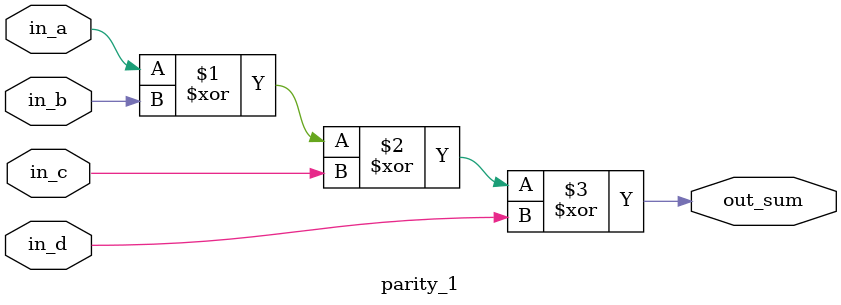
<source format=v>
module parity_1(
  in_a,
  in_b,
  in_c,
  in_d,
  out_sum
);

input in_a;
input in_b;
input in_c;
input in_d;
output out_sum;

assign out_sum = in_a ^ in_b ^ in_c ^ in_d;

endmodule 
</source>
